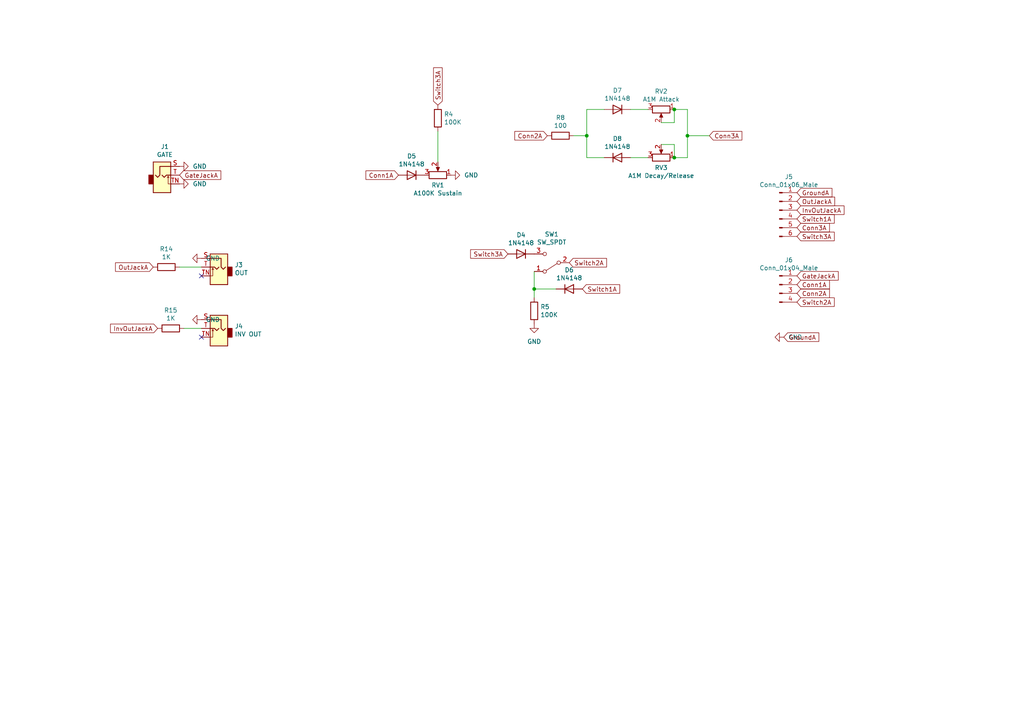
<source format=kicad_sch>
(kicad_sch (version 20211123) (generator eeschema)
  (paper "A4")
  (lib_symbols
    (symbol "ASREnvelope-rescue:R_POT-Device" (pin_names (offset 1.016) hide)
      (property "Reference" "RV" (at -4.445 0 90))
      (property "Value" "R_POT-Device" (at -2.54 0 90))
      (symbol "R_POT-Device_0_1"
        (polyline (pts (xy 2.54 0) (xy 1.524 0)))
        (polyline (pts (xy 1.143 0) (xy 2.286 0.508) (xy 2.286 -0.508) (xy 1.143 0)) (fill (type outline)))
        (rectangle (start 1.016 2.54) (end -1.016 -2.54) (stroke (width 0.254)))
      )
      (symbol "R_POT-Device_1_1"
        (pin passive line (at 0 3.81 270) (length 1.27) (name "1") (number "1"))
        (pin passive line (at 3.81 0 180) (length 1.27) (name "2") (number "2"))
        (pin passive line (at 0 -3.81 90) (length 1.27) (name "3") (number "3"))
      )
    )
    (symbol "Connector:AudioJack2_SwitchT"
      (property "Reference" "J" (at 0 8.89 0))
      (property "Value" "AudioJack2_SwitchT" (at 0 6.35 0))
      (symbol "AudioJack2_SwitchT_0_1"
        (rectangle (start -2.54 0) (end -3.81 -2.54) (stroke (width 0.254)) (fill (type outline)))
        (polyline (pts (xy 1.778 -0.254) (xy 2.032 -0.762)))
        (polyline (pts (xy 0 0) (xy 0.635 -0.635) (xy 1.27 0) (xy 2.54 0)) (stroke (width 0.254)))
        (polyline (pts (xy 2.54 -2.54) (xy 1.778 -2.54) (xy 1.778 -0.254) (xy 1.524 -0.762)))
        (polyline (pts (xy 2.54 2.54) (xy -0.635 2.54) (xy -0.635 0) (xy -1.27 -0.635) (xy -1.905 0)) (stroke (width 0.254)))
        (rectangle (start 2.54 3.81) (end -2.54 -5.08) (stroke (width 0.254)) (fill (type background)))
      )
      (symbol "AudioJack2_SwitchT_1_1"
        (pin passive line (at 5.08 2.54 180) (length 2.54) (name "~") (number "S"))
        (pin passive line (at 5.08 0 180) (length 2.54) (name "~") (number "T"))
        (pin passive line (at 5.08 -2.54 180) (length 2.54) (name "~") (number "TN"))
      )
    )
    (symbol "Connector:Conn_01x04_Male" (pin_names (offset 1.016) hide)
      (property "Reference" "J" (at 0 5.08 0))
      (property "Value" "Conn_01x04_Male" (at 0 -7.62 0))
      (symbol "Conn_01x04_Male_1_1"
        (polyline (pts (xy 1.27 -5.08) (xy 0.8636 -5.08)) (stroke (width 0.1524)))
        (polyline (pts (xy 1.27 -2.54) (xy 0.8636 -2.54)) (stroke (width 0.1524)))
        (polyline (pts (xy 1.27 0) (xy 0.8636 0)) (stroke (width 0.1524)))
        (polyline (pts (xy 1.27 2.54) (xy 0.8636 2.54)) (stroke (width 0.1524)))
        (rectangle (start 0.8636 -4.953) (end 0 -5.207) (stroke (width 0.1524)) (fill (type outline)))
        (rectangle (start 0.8636 -2.413) (end 0 -2.667) (stroke (width 0.1524)) (fill (type outline)))
        (rectangle (start 0.8636 0.127) (end 0 -0.127) (stroke (width 0.1524)) (fill (type outline)))
        (rectangle (start 0.8636 2.667) (end 0 2.413) (stroke (width 0.1524)) (fill (type outline)))
        (pin passive line (at 5.08 2.54 180) (length 3.81) (name "Pin_1") (number "1"))
        (pin passive line (at 5.08 0 180) (length 3.81) (name "Pin_2") (number "2"))
        (pin passive line (at 5.08 -2.54 180) (length 3.81) (name "Pin_3") (number "3"))
        (pin passive line (at 5.08 -5.08 180) (length 3.81) (name "Pin_4") (number "4"))
      )
    )
    (symbol "Connector:Conn_01x06_Male" (pin_names (offset 1.016) hide)
      (property "Reference" "J" (at 0 7.62 0))
      (property "Value" "Conn_01x06_Male" (at 0 -10.16 0))
      (symbol "Conn_01x06_Male_1_1"
        (polyline (pts (xy 1.27 -7.62) (xy 0.8636 -7.62)) (stroke (width 0.1524)))
        (polyline (pts (xy 1.27 -5.08) (xy 0.8636 -5.08)) (stroke (width 0.1524)))
        (polyline (pts (xy 1.27 -2.54) (xy 0.8636 -2.54)) (stroke (width 0.1524)))
        (polyline (pts (xy 1.27 0) (xy 0.8636 0)) (stroke (width 0.1524)))
        (polyline (pts (xy 1.27 2.54) (xy 0.8636 2.54)) (stroke (width 0.1524)))
        (polyline (pts (xy 1.27 5.08) (xy 0.8636 5.08)) (stroke (width 0.1524)))
        (rectangle (start 0.8636 -7.493) (end 0 -7.747) (stroke (width 0.1524)) (fill (type outline)))
        (rectangle (start 0.8636 -4.953) (end 0 -5.207) (stroke (width 0.1524)) (fill (type outline)))
        (rectangle (start 0.8636 -2.413) (end 0 -2.667) (stroke (width 0.1524)) (fill (type outline)))
        (rectangle (start 0.8636 0.127) (end 0 -0.127) (stroke (width 0.1524)) (fill (type outline)))
        (rectangle (start 0.8636 2.667) (end 0 2.413) (stroke (width 0.1524)) (fill (type outline)))
        (rectangle (start 0.8636 5.207) (end 0 4.953) (stroke (width 0.1524)) (fill (type outline)))
        (pin passive line (at 5.08 5.08 180) (length 3.81) (name "Pin_1") (number "1"))
        (pin passive line (at 5.08 2.54 180) (length 3.81) (name "Pin_2") (number "2"))
        (pin passive line (at 5.08 0 180) (length 3.81) (name "Pin_3") (number "3"))
        (pin passive line (at 5.08 -2.54 180) (length 3.81) (name "Pin_4") (number "4"))
        (pin passive line (at 5.08 -5.08 180) (length 3.81) (name "Pin_5") (number "5"))
        (pin passive line (at 5.08 -7.62 180) (length 3.81) (name "Pin_6") (number "6"))
      )
    )
    (symbol "Device:D" (pin_numbers hide) (pin_names (offset 1.016) hide)
      (property "Reference" "D" (at 0 2.54 0))
      (property "Value" "D" (at 0 -2.54 0))
      (symbol "D_0_1"
        (polyline (pts (xy -1.27 1.27) (xy -1.27 -1.27)) (stroke (width 0.254)))
        (polyline (pts (xy 1.27 0) (xy -1.27 0)))
        (polyline (pts (xy 1.27 1.27) (xy 1.27 -1.27) (xy -1.27 0) (xy 1.27 1.27)) (stroke (width 0.254)))
      )
      (symbol "D_1_1"
        (pin passive line (at -3.81 0 0) (length 2.54) (name "K") (number "1"))
        (pin passive line (at 3.81 0 180) (length 2.54) (name "A") (number "2"))
      )
    )
    (symbol "Device:R" (pin_numbers hide) (pin_names (offset 0))
      (property "Reference" "R" (at 2.032 0 90))
      (property "Value" "R" (at 0 0 90))
      (symbol "R_0_1"
        (rectangle (start -1.016 -2.54) (end 1.016 2.54) (stroke (width 0.254)))
      )
      (symbol "R_1_1"
        (pin passive line (at 0 3.81 270) (length 1.27) (name "~") (number "1"))
        (pin passive line (at 0 -3.81 90) (length 1.27) (name "~") (number "2"))
      )
    )
    (symbol "Switch:SW_SPDT" (pin_names (offset 0) hide)
      (property "Reference" "SW" (at 0 4.318 0))
      (property "Value" "SW_SPDT" (at 0 -5.08 0))
      (symbol "SW_SPDT_0_0"
        (circle (center -2.032 0) (radius 0.508))
        (circle (center 2.032 -2.54) (radius 0.508))
      )
      (symbol "SW_SPDT_0_1"
        (polyline (pts (xy -1.524 0.254) (xy 1.651 2.286)))
        (circle (center 2.032 2.54) (radius 0.508))
      )
      (symbol "SW_SPDT_1_1"
        (pin passive line (at 5.08 2.54 180) (length 2.54) (name "A") (number "1"))
        (pin passive line (at -5.08 0 0) (length 2.54) (name "B") (number "2"))
        (pin passive line (at 5.08 -2.54 180) (length 2.54) (name "C") (number "3"))
      )
    )
    (symbol "power:GND" (power) (pin_names (offset 0))
      (property "Value" "GND" (at 0 -3.81 0))
      (symbol "GND_0_1"
        (polyline (pts (xy 0 0) (xy 0 -1.27) (xy 1.27 -1.27) (xy 0 -2.54) (xy -1.27 -1.27) (xy 0 -1.27)))
      )
      (symbol "GND_1_1"
        (pin power_in line (at 0 0 270) (length 0) hide (name "GND") (number "1"))
      )
    )
  )
  (junction (at 199.39 39.37))
  (junction (at 195.58 31.75))
  (junction (at 154.94 83.82))
  (junction (at 170.18 39.37))
  (junction (at 195.58 45.72))
  (no_connect (at 58.42 97.79))
  (no_connect (at 58.42 80.01))
  (wire (pts (xy 154.94 83.82) (xy 154.94 78.74)))
  (wire (pts (xy 127 46.99) (xy 127 38.1)))
  (wire (pts (xy 175.26 31.75) (xy 170.18 31.75)))
  (wire (pts (xy 166.37 39.37) (xy 170.18 39.37)))
  (wire (pts (xy 191.77 35.56) (xy 195.58 35.56)))
  (wire (pts (xy 58.42 77.47) (xy 52.07 77.47)))
  (wire (pts (xy 199.39 39.37) (xy 199.39 45.72)))
  (wire (pts (xy 199.39 31.75) (xy 199.39 39.37)))
  (wire (pts (xy 187.96 45.72) (xy 182.88 45.72)))
  (wire (pts (xy 170.18 39.37) (xy 170.18 45.72)))
  (wire (pts (xy 195.58 31.75) (xy 199.39 31.75)))
  (wire (pts (xy 191.77 41.91) (xy 195.58 41.91)))
  (wire (pts (xy 195.58 35.56) (xy 195.58 31.75)))
  (wire (pts (xy 161.29 83.82) (xy 154.94 83.82)))
  (wire (pts (xy 195.58 41.91) (xy 195.58 45.72)))
  (wire (pts (xy 170.18 45.72) (xy 175.26 45.72)))
  (wire (pts (xy 154.94 83.82) (xy 154.94 86.36)))
  (wire (pts (xy 170.18 31.75) (xy 170.18 39.37)))
  (wire (pts (xy 199.39 45.72) (xy 195.58 45.72)))
  (wire (pts (xy 58.42 95.25) (xy 53.34 95.25)))
  (wire (pts (xy 182.88 31.75) (xy 187.96 31.75)))
  (wire (pts (xy 205.74 39.37) (xy 199.39 39.37)))
  (global_label "InvOutJackA" (shape input) (at 45.72 95.25 180) (property "Intersheet References" "${INTERSHEET_REFS}" (effects hide)))
  (global_label "Conn3A" (shape input) (at 231.14 66.04 0) (property "Intersheet References" "${INTERSHEET_REFS}" (effects hide)))
  (global_label "Switch1A" (shape input) (at 168.91 83.82 0) (property "Intersheet References" "${INTERSHEET_REFS}" (effects hide)))
  (global_label "Switch2A" (shape input) (at 231.14 87.63 0) (property "Intersheet References" "${INTERSHEET_REFS}" (effects hide)))
  (global_label "GroundA" (shape input) (at 231.14 55.88 0) (property "Intersheet References" "${INTERSHEET_REFS}" (effects hide)))
  (global_label "Switch3A" (shape input) (at 127 30.48 90) (property "Intersheet References" "${INTERSHEET_REFS}" (effects hide)))
  (global_label "Conn2A" (shape input) (at 231.14 85.09 0) (property "Intersheet References" "${INTERSHEET_REFS}" (effects hide)))
  (global_label "Conn2A" (shape input) (at 158.75 39.37 180) (property "Intersheet References" "${INTERSHEET_REFS}" (effects hide)))
  (global_label "GateJackA" (shape input) (at 231.14 80.01 0) (property "Intersheet References" "${INTERSHEET_REFS}" (effects hide)))
  (global_label "Conn1A" (shape input) (at 115.57 50.8 180) (property "Intersheet References" "${INTERSHEET_REFS}" (effects hide)))
  (global_label "GateJackA" (shape input) (at 52.07 50.8 0) (property "Intersheet References" "${INTERSHEET_REFS}" (effects hide)))
  (global_label "Switch1A" (shape input) (at 231.14 63.5 0) (property "Intersheet References" "${INTERSHEET_REFS}" (effects hide)))
  (global_label "Conn1A" (shape input) (at 231.14 82.55 0) (property "Intersheet References" "${INTERSHEET_REFS}" (effects hide)))
  (global_label "InvOutJackA" (shape input) (at 231.14 60.96 0) (property "Intersheet References" "${INTERSHEET_REFS}" (effects hide)))
  (global_label "GroundA" (shape input) (at 227.33 97.79 0) (property "Intersheet References" "${INTERSHEET_REFS}" (effects hide)))
  (global_label "OutJackA" (shape input) (at 44.45 77.47 180) (property "Intersheet References" "${INTERSHEET_REFS}" (effects hide)))
  (global_label "Switch2A" (shape input) (at 165.1 76.2 0) (property "Intersheet References" "${INTERSHEET_REFS}" (effects hide)))
  (global_label "Switch3A" (shape input) (at 231.14 68.58 0) (property "Intersheet References" "${INTERSHEET_REFS}" (effects hide)))
  (global_label "Conn3A" (shape input) (at 205.74 39.37 0) (property "Intersheet References" "${INTERSHEET_REFS}" (effects hide)))
  (global_label "OutJackA" (shape input) (at 231.14 58.42 0) (property "Intersheet References" "${INTERSHEET_REFS}" (effects hide)))
  (global_label "Switch3A" (shape input) (at 147.32 73.66 180) (property "Intersheet References" "${INTERSHEET_REFS}" (effects hide)))
  (symbol (lib_id "Connector:AudioJack2_SwitchT") (at 46.99 50.8 0) (unit 1)
    (property "Reference" "J1" (at 47.8028 42.545 0))
    (property "Value" "GATE" (at 47.8028 44.8564 0))
    (property "Footprint" "pj398m:Jack_3.5mm_QingPu_WQP-PJ398SM_Vertical" (effects hide))
  )
  (symbol (lib_id "Connector:AudioJack2_SwitchT") (at 63.5 95.25 0) (mirror y) (unit 1)
    (property "Reference" "J4" (at 68.072 94.615 0) (effects (justify right)))
    (property "Value" "INV OUT" (at 68.072 96.9264 0) (effects (justify right)))
    (property "Footprint" "pj398m:Jack_3.5mm_QingPu_WQP-PJ398SM_Vertical" (effects hide))
  )
  (symbol (lib_id "Connector:AudioJack2_SwitchT") (at 63.5 77.47 0) (mirror y) (unit 1)
    (property "Reference" "J3" (at 68.072 76.835 0) (effects (justify right)))
    (property "Value" "OUT" (at 68.072 79.1464 0) (effects (justify right)))
    (property "Footprint" "pj398m:Jack_3.5mm_QingPu_WQP-PJ398SM_Vertical" (effects hide))
  )
  (symbol (lib_id "Device:D") (at 119.38 50.8 180) (unit 1)
    (property "Reference" "D5" (at 119.38 45.2882 0))
    (property "Value" "1N4148" (at 119.38 47.5996 0))
    (property "Footprint" "Diode_THT:D_DO-35_SOD27_P7.62mm_Horizontal" (effects hide))
  )
  (symbol (lib_id "Device:D") (at 151.13 73.66 180) (unit 1)
    (property "Reference" "D4" (at 151.13 68.1482 0))
    (property "Value" "1N4148" (at 151.13 70.4596 0))
    (property "Footprint" "Diode_THT:D_DO-35_SOD27_P7.62mm_Horizontal" (effects hide))
  )
  (symbol (lib_id "ASREnvelope-rescue:R_POT-Device") (at 127 50.8 270) (mirror x) (unit 1)
    (property "Reference" "RV1" (at 127 53.721 90))
    (property "Value" "A100K Sustain" (at 127 56.0324 90))
    (property "Footprint" "Eurocad:Alpha9mmPot" (effects hide))
  )
  (symbol (lib_id "Device:R") (at 127 34.29 0) (unit 1)
    (property "Reference" "R4" (at 128.778 33.1216 0) (effects (justify left)))
    (property "Value" "100K" (at 128.778 35.433 0) (effects (justify left)))
    (property "Footprint" "Resistor_THT:R_Axial_DIN0207_L6.3mm_D2.5mm_P7.62mm_Horizontal" (effects hide))
  )
  (symbol (lib_id "Switch:SW_SPDT") (at 160.02 76.2 180) (unit 1)
    (property "Reference" "SW1" (at 160.02 67.945 0))
    (property "Value" "SW_SPDT" (at 160.02 70.2564 0))
    (property "Footprint" "Eurocad:SPDT toggle on-off-on" (effects hide))
  )
  (symbol (lib_id "Device:D") (at 165.1 83.82 0) (unit 1)
    (property "Reference" "D6" (at 165.1 78.3082 0))
    (property "Value" "1N4148" (at 165.1 80.6196 0))
    (property "Footprint" "Diode_THT:D_DO-35_SOD27_P7.62mm_Horizontal" (effects hide))
  )
  (symbol (lib_id "Device:R") (at 154.94 90.17 0) (unit 1)
    (property "Reference" "R5" (at 156.718 89.0016 0) (effects (justify left)))
    (property "Value" "100K" (at 156.718 91.313 0) (effects (justify left)))
    (property "Footprint" "Resistor_THT:R_Axial_DIN0207_L6.3mm_D2.5mm_P7.62mm_Horizontal" (effects hide))
  )
  (symbol (lib_id "Device:R") (at 162.56 39.37 270) (unit 1)
    (property "Reference" "R8" (at 162.56 34.1122 90))
    (property "Value" "100" (at 162.56 36.4236 90))
    (property "Footprint" "Resistor_THT:R_Axial_DIN0207_L6.3mm_D2.5mm_P7.62mm_Horizontal" (effects hide))
  )
  (symbol (lib_id "Device:D") (at 179.07 31.75 180) (unit 1)
    (property "Reference" "D7" (at 179.07 26.2382 0))
    (property "Value" "1N4148" (at 179.07 28.5496 0))
    (property "Footprint" "Diode_THT:D_DO-35_SOD27_P7.62mm_Horizontal" (effects hide))
  )
  (symbol (lib_id "Device:D") (at 179.07 45.72 0) (unit 1)
    (property "Reference" "D8" (at 179.07 40.2082 0))
    (property "Value" "1N4148" (at 179.07 42.5196 0))
    (property "Footprint" "Diode_THT:D_DO-35_SOD27_P7.62mm_Horizontal" (effects hide))
  )
  (symbol (lib_id "Connector:Conn_01x06_Male") (at 226.06 60.96 0) (unit 1)
    (property "Reference" "J5" (at 228.8032 51.2826 0))
    (property "Value" "Conn_01x06_Male" (at 228.8032 53.594 0))
    (property "Footprint" "Connector_PinHeader_2.54mm:PinHeader_1x06_P2.54mm_Vertical" (effects hide))
  )
  (symbol (lib_id "ASREnvelope-rescue:R_POT-Device") (at 191.77 31.75 270) (unit 1)
    (property "Reference" "RV2" (at 191.77 26.4922 90))
    (property "Value" "A1M Attack" (at 191.77 28.8036 90))
    (property "Footprint" "Eurocad:Alpha9mmPot" (effects hide))
  )
  (symbol (lib_id "ASREnvelope-rescue:R_POT-Device") (at 191.77 45.72 270) (mirror x) (unit 1)
    (property "Reference" "RV3" (at 191.77 48.641 90))
    (property "Value" "A1M Decay/Release" (at 191.77 50.9524 90))
    (property "Footprint" "Eurocad:Alpha9mmPot" (effects hide))
  )
  (symbol (lib_id "Connector:Conn_01x04_Male") (at 226.06 82.55 0) (unit 1)
    (property "Reference" "J6" (at 228.8032 75.4126 0))
    (property "Value" "Conn_01x04_Male" (at 228.8032 77.724 0))
    (property "Footprint" "Connector_PinHeader_2.54mm:PinHeader_1x04_P2.54mm_Vertical" (effects hide))
  )
  (symbol (lib_id "Device:R") (at 48.26 77.47 90) (unit 1)
    (property "Reference" "R14" (at 48.26 72.2122 90))
    (property "Value" "1K" (at 48.26 74.5236 90))
    (property "Footprint" "Resistor_THT:R_Axial_DIN0207_L6.3mm_D2.5mm_P7.62mm_Horizontal" (effects hide))
  )
  (symbol (lib_id "Device:R") (at 49.53 95.25 90) (unit 1)
    (property "Reference" "R15" (at 49.53 89.9922 90))
    (property "Value" "1K" (at 49.53 92.3036 90))
    (property "Footprint" "Resistor_THT:R_Axial_DIN0207_L6.3mm_D2.5mm_P7.62mm_Horizontal" (effects hide))
  )
  (symbol (lib_id "power:GND") (at 58.42 74.93 270) (unit 1)
    (property "Reference" "#PWR?" (effects hide))
    (property "Value" "GND" (at 59.69 74.9299 90) (effects (justify left)))
  )
  (symbol (lib_id "power:GND") (at 58.42 92.71 270) (unit 1)
    (property "Reference" "#PWR?" (effects hide))
    (property "Value" "GND" (at 59.69 92.7099 90) (effects (justify left)))
  )
  (symbol (lib_id "power:GND") (at 52.07 48.26 90) (unit 1)
    (property "Reference" "#PWR?" (effects hide))
    (property "Value" "GND" (at 55.88 48.2599 90) (effects (justify right)))
  )
  (symbol (lib_id "power:GND") (at 52.07 53.34 90) (unit 1)
    (property "Reference" "#PWR?" (effects hide))
    (property "Value" "GND" (at 55.88 53.3399 90) (effects (justify right)))
  )
  (symbol (lib_id "power:GND") (at 154.94 93.98 0) (unit 1)
    (property "Reference" "#PWR?" (effects hide))
    (property "Value" "GND" (at 154.94 99.06 0))
  )
  (symbol (lib_id "power:GND") (at 227.33 97.79 270) (unit 1)
    (property "Reference" "#PWR?" (effects hide))
    (property "Value" "GND" (at 228.6 97.7899 90) (effects (justify left)))
  )
  (symbol (lib_id "power:GND") (at 130.81 50.8 90) (unit 1)
    (property "Reference" "#PWR?" (effects hide))
    (property "Value" "GND" (at 134.62 50.7999 90) (effects (justify right)))
  )
)
</source>
